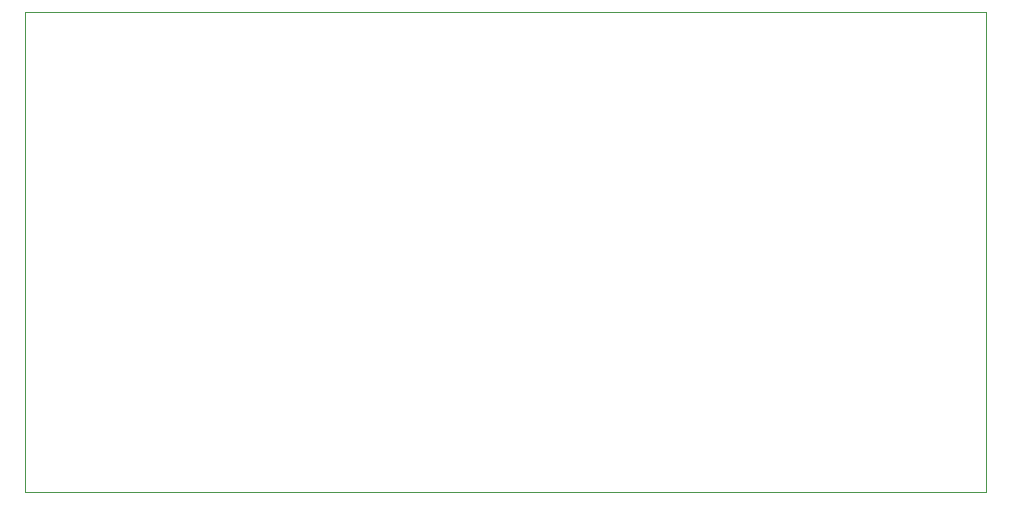
<source format=gbr>
%TF.GenerationSoftware,KiCad,Pcbnew,(5.1.9-0-10_14)*%
%TF.CreationDate,2022-04-24T23:49:05-07:00*%
%TF.ProjectId,PROTO_PCB_2022,50524f54-4f5f-4504-9342-5f323032322e,rev?*%
%TF.SameCoordinates,Original*%
%TF.FileFunction,Profile,NP*%
%FSLAX46Y46*%
G04 Gerber Fmt 4.6, Leading zero omitted, Abs format (unit mm)*
G04 Created by KiCad (PCBNEW (5.1.9-0-10_14)) date 2022-04-24 23:49:05*
%MOMM*%
%LPD*%
G01*
G04 APERTURE LIST*
%TA.AperFunction,Profile*%
%ADD10C,0.100000*%
%TD*%
G04 APERTURE END LIST*
D10*
X151892000Y-78105000D02*
X151892000Y-118745000D01*
X70485000Y-78105000D02*
X151892000Y-78105000D01*
X70485000Y-118745000D02*
X70485000Y-78105000D01*
X151892000Y-118745000D02*
X70485000Y-118745000D01*
M02*

</source>
